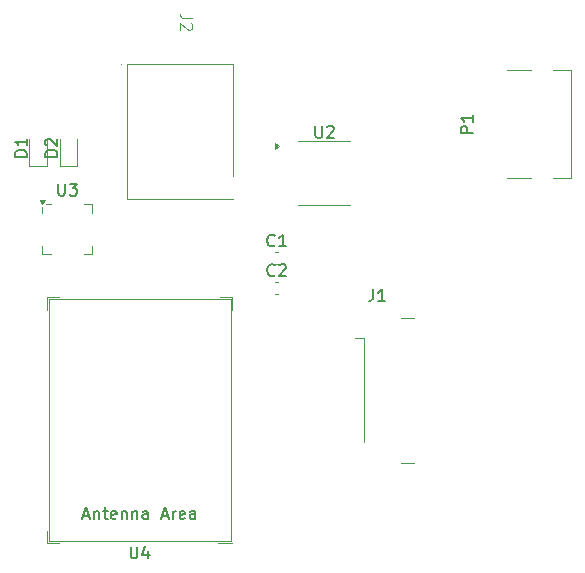
<source format=gbr>
%TF.GenerationSoftware,KiCad,Pcbnew,8.0.4*%
%TF.CreationDate,2024-08-12T23:01:29-04:00*%
%TF.ProjectId,SAMD21_MIDI_SPEAKER,53414d44-3231-45f4-9d49-44495f535045,rev?*%
%TF.SameCoordinates,Original*%
%TF.FileFunction,Legend,Top*%
%TF.FilePolarity,Positive*%
%FSLAX46Y46*%
G04 Gerber Fmt 4.6, Leading zero omitted, Abs format (unit mm)*
G04 Created by KiCad (PCBNEW 8.0.4) date 2024-08-12 23:01:29*
%MOMM*%
%LPD*%
G01*
G04 APERTURE LIST*
%ADD10C,0.150000*%
%ADD11C,0.100000*%
%ADD12C,0.120000*%
G04 APERTURE END LIST*
D10*
X189704819Y-56238094D02*
X188704819Y-56238094D01*
X188704819Y-56238094D02*
X188704819Y-55857142D01*
X188704819Y-55857142D02*
X188752438Y-55761904D01*
X188752438Y-55761904D02*
X188800057Y-55714285D01*
X188800057Y-55714285D02*
X188895295Y-55666666D01*
X188895295Y-55666666D02*
X189038152Y-55666666D01*
X189038152Y-55666666D02*
X189133390Y-55714285D01*
X189133390Y-55714285D02*
X189181009Y-55761904D01*
X189181009Y-55761904D02*
X189228628Y-55857142D01*
X189228628Y-55857142D02*
X189228628Y-56238094D01*
X189704819Y-54714285D02*
X189704819Y-55285713D01*
X189704819Y-54999999D02*
X188704819Y-54999999D01*
X188704819Y-54999999D02*
X188847676Y-55095237D01*
X188847676Y-55095237D02*
X188942914Y-55190475D01*
X188942914Y-55190475D02*
X188990533Y-55285713D01*
D11*
X165942580Y-46516666D02*
X165228295Y-46516666D01*
X165228295Y-46516666D02*
X165085438Y-46469047D01*
X165085438Y-46469047D02*
X164990200Y-46373809D01*
X164990200Y-46373809D02*
X164942580Y-46230952D01*
X164942580Y-46230952D02*
X164942580Y-46135714D01*
X165847342Y-46945238D02*
X165894961Y-46992857D01*
X165894961Y-46992857D02*
X165942580Y-47088095D01*
X165942580Y-47088095D02*
X165942580Y-47326190D01*
X165942580Y-47326190D02*
X165894961Y-47421428D01*
X165894961Y-47421428D02*
X165847342Y-47469047D01*
X165847342Y-47469047D02*
X165752104Y-47516666D01*
X165752104Y-47516666D02*
X165656866Y-47516666D01*
X165656866Y-47516666D02*
X165514009Y-47469047D01*
X165514009Y-47469047D02*
X164942580Y-46897619D01*
X164942580Y-46897619D02*
X164942580Y-47516666D01*
D10*
X181266666Y-69454819D02*
X181266666Y-70169104D01*
X181266666Y-70169104D02*
X181219047Y-70311961D01*
X181219047Y-70311961D02*
X181123809Y-70407200D01*
X181123809Y-70407200D02*
X180980952Y-70454819D01*
X180980952Y-70454819D02*
X180885714Y-70454819D01*
X182266666Y-70454819D02*
X181695238Y-70454819D01*
X181980952Y-70454819D02*
X181980952Y-69454819D01*
X181980952Y-69454819D02*
X181885714Y-69597676D01*
X181885714Y-69597676D02*
X181790476Y-69692914D01*
X181790476Y-69692914D02*
X181695238Y-69740533D01*
X154524819Y-58238094D02*
X153524819Y-58238094D01*
X153524819Y-58238094D02*
X153524819Y-57999999D01*
X153524819Y-57999999D02*
X153572438Y-57857142D01*
X153572438Y-57857142D02*
X153667676Y-57761904D01*
X153667676Y-57761904D02*
X153762914Y-57714285D01*
X153762914Y-57714285D02*
X153953390Y-57666666D01*
X153953390Y-57666666D02*
X154096247Y-57666666D01*
X154096247Y-57666666D02*
X154286723Y-57714285D01*
X154286723Y-57714285D02*
X154381961Y-57761904D01*
X154381961Y-57761904D02*
X154477200Y-57857142D01*
X154477200Y-57857142D02*
X154524819Y-57999999D01*
X154524819Y-57999999D02*
X154524819Y-58238094D01*
X153620057Y-57285713D02*
X153572438Y-57238094D01*
X153572438Y-57238094D02*
X153524819Y-57142856D01*
X153524819Y-57142856D02*
X153524819Y-56904761D01*
X153524819Y-56904761D02*
X153572438Y-56809523D01*
X153572438Y-56809523D02*
X153620057Y-56761904D01*
X153620057Y-56761904D02*
X153715295Y-56714285D01*
X153715295Y-56714285D02*
X153810533Y-56714285D01*
X153810533Y-56714285D02*
X153953390Y-56761904D01*
X153953390Y-56761904D02*
X154524819Y-57333332D01*
X154524819Y-57333332D02*
X154524819Y-56714285D01*
X151934819Y-58238094D02*
X150934819Y-58238094D01*
X150934819Y-58238094D02*
X150934819Y-57999999D01*
X150934819Y-57999999D02*
X150982438Y-57857142D01*
X150982438Y-57857142D02*
X151077676Y-57761904D01*
X151077676Y-57761904D02*
X151172914Y-57714285D01*
X151172914Y-57714285D02*
X151363390Y-57666666D01*
X151363390Y-57666666D02*
X151506247Y-57666666D01*
X151506247Y-57666666D02*
X151696723Y-57714285D01*
X151696723Y-57714285D02*
X151791961Y-57761904D01*
X151791961Y-57761904D02*
X151887200Y-57857142D01*
X151887200Y-57857142D02*
X151934819Y-57999999D01*
X151934819Y-57999999D02*
X151934819Y-58238094D01*
X151934819Y-56714285D02*
X151934819Y-57285713D01*
X151934819Y-56999999D02*
X150934819Y-56999999D01*
X150934819Y-56999999D02*
X151077676Y-57095237D01*
X151077676Y-57095237D02*
X151172914Y-57190475D01*
X151172914Y-57190475D02*
X151220533Y-57285713D01*
X172933333Y-68252080D02*
X172885714Y-68299700D01*
X172885714Y-68299700D02*
X172742857Y-68347319D01*
X172742857Y-68347319D02*
X172647619Y-68347319D01*
X172647619Y-68347319D02*
X172504762Y-68299700D01*
X172504762Y-68299700D02*
X172409524Y-68204461D01*
X172409524Y-68204461D02*
X172361905Y-68109223D01*
X172361905Y-68109223D02*
X172314286Y-67918747D01*
X172314286Y-67918747D02*
X172314286Y-67775890D01*
X172314286Y-67775890D02*
X172361905Y-67585414D01*
X172361905Y-67585414D02*
X172409524Y-67490176D01*
X172409524Y-67490176D02*
X172504762Y-67394938D01*
X172504762Y-67394938D02*
X172647619Y-67347319D01*
X172647619Y-67347319D02*
X172742857Y-67347319D01*
X172742857Y-67347319D02*
X172885714Y-67394938D01*
X172885714Y-67394938D02*
X172933333Y-67442557D01*
X173314286Y-67442557D02*
X173361905Y-67394938D01*
X173361905Y-67394938D02*
X173457143Y-67347319D01*
X173457143Y-67347319D02*
X173695238Y-67347319D01*
X173695238Y-67347319D02*
X173790476Y-67394938D01*
X173790476Y-67394938D02*
X173838095Y-67442557D01*
X173838095Y-67442557D02*
X173885714Y-67537795D01*
X173885714Y-67537795D02*
X173885714Y-67633033D01*
X173885714Y-67633033D02*
X173838095Y-67775890D01*
X173838095Y-67775890D02*
X173266667Y-68347319D01*
X173266667Y-68347319D02*
X173885714Y-68347319D01*
X172933333Y-65742080D02*
X172885714Y-65789700D01*
X172885714Y-65789700D02*
X172742857Y-65837319D01*
X172742857Y-65837319D02*
X172647619Y-65837319D01*
X172647619Y-65837319D02*
X172504762Y-65789700D01*
X172504762Y-65789700D02*
X172409524Y-65694461D01*
X172409524Y-65694461D02*
X172361905Y-65599223D01*
X172361905Y-65599223D02*
X172314286Y-65408747D01*
X172314286Y-65408747D02*
X172314286Y-65265890D01*
X172314286Y-65265890D02*
X172361905Y-65075414D01*
X172361905Y-65075414D02*
X172409524Y-64980176D01*
X172409524Y-64980176D02*
X172504762Y-64884938D01*
X172504762Y-64884938D02*
X172647619Y-64837319D01*
X172647619Y-64837319D02*
X172742857Y-64837319D01*
X172742857Y-64837319D02*
X172885714Y-64884938D01*
X172885714Y-64884938D02*
X172933333Y-64932557D01*
X173885714Y-65837319D02*
X173314286Y-65837319D01*
X173600000Y-65837319D02*
X173600000Y-64837319D01*
X173600000Y-64837319D02*
X173504762Y-64980176D01*
X173504762Y-64980176D02*
X173409524Y-65075414D01*
X173409524Y-65075414D02*
X173314286Y-65123033D01*
X160738095Y-91254819D02*
X160738095Y-92064342D01*
X160738095Y-92064342D02*
X160785714Y-92159580D01*
X160785714Y-92159580D02*
X160833333Y-92207200D01*
X160833333Y-92207200D02*
X160928571Y-92254819D01*
X160928571Y-92254819D02*
X161119047Y-92254819D01*
X161119047Y-92254819D02*
X161214285Y-92207200D01*
X161214285Y-92207200D02*
X161261904Y-92159580D01*
X161261904Y-92159580D02*
X161309523Y-92064342D01*
X161309523Y-92064342D02*
X161309523Y-91254819D01*
X162214285Y-91588152D02*
X162214285Y-92254819D01*
X161976190Y-91207200D02*
X161738095Y-91921485D01*
X161738095Y-91921485D02*
X162357142Y-91921485D01*
X156738094Y-88619104D02*
X157214284Y-88619104D01*
X156642856Y-88904819D02*
X156976189Y-87904819D01*
X156976189Y-87904819D02*
X157309522Y-88904819D01*
X157642856Y-88238152D02*
X157642856Y-88904819D01*
X157642856Y-88333390D02*
X157690475Y-88285771D01*
X157690475Y-88285771D02*
X157785713Y-88238152D01*
X157785713Y-88238152D02*
X157928570Y-88238152D01*
X157928570Y-88238152D02*
X158023808Y-88285771D01*
X158023808Y-88285771D02*
X158071427Y-88381009D01*
X158071427Y-88381009D02*
X158071427Y-88904819D01*
X158404761Y-88238152D02*
X158785713Y-88238152D01*
X158547618Y-87904819D02*
X158547618Y-88761961D01*
X158547618Y-88761961D02*
X158595237Y-88857200D01*
X158595237Y-88857200D02*
X158690475Y-88904819D01*
X158690475Y-88904819D02*
X158785713Y-88904819D01*
X159499999Y-88857200D02*
X159404761Y-88904819D01*
X159404761Y-88904819D02*
X159214285Y-88904819D01*
X159214285Y-88904819D02*
X159119047Y-88857200D01*
X159119047Y-88857200D02*
X159071428Y-88761961D01*
X159071428Y-88761961D02*
X159071428Y-88381009D01*
X159071428Y-88381009D02*
X159119047Y-88285771D01*
X159119047Y-88285771D02*
X159214285Y-88238152D01*
X159214285Y-88238152D02*
X159404761Y-88238152D01*
X159404761Y-88238152D02*
X159499999Y-88285771D01*
X159499999Y-88285771D02*
X159547618Y-88381009D01*
X159547618Y-88381009D02*
X159547618Y-88476247D01*
X159547618Y-88476247D02*
X159071428Y-88571485D01*
X159976190Y-88238152D02*
X159976190Y-88904819D01*
X159976190Y-88333390D02*
X160023809Y-88285771D01*
X160023809Y-88285771D02*
X160119047Y-88238152D01*
X160119047Y-88238152D02*
X160261904Y-88238152D01*
X160261904Y-88238152D02*
X160357142Y-88285771D01*
X160357142Y-88285771D02*
X160404761Y-88381009D01*
X160404761Y-88381009D02*
X160404761Y-88904819D01*
X160880952Y-88238152D02*
X160880952Y-88904819D01*
X160880952Y-88333390D02*
X160928571Y-88285771D01*
X160928571Y-88285771D02*
X161023809Y-88238152D01*
X161023809Y-88238152D02*
X161166666Y-88238152D01*
X161166666Y-88238152D02*
X161261904Y-88285771D01*
X161261904Y-88285771D02*
X161309523Y-88381009D01*
X161309523Y-88381009D02*
X161309523Y-88904819D01*
X162214285Y-88904819D02*
X162214285Y-88381009D01*
X162214285Y-88381009D02*
X162166666Y-88285771D01*
X162166666Y-88285771D02*
X162071428Y-88238152D01*
X162071428Y-88238152D02*
X161880952Y-88238152D01*
X161880952Y-88238152D02*
X161785714Y-88285771D01*
X162214285Y-88857200D02*
X162119047Y-88904819D01*
X162119047Y-88904819D02*
X161880952Y-88904819D01*
X161880952Y-88904819D02*
X161785714Y-88857200D01*
X161785714Y-88857200D02*
X161738095Y-88761961D01*
X161738095Y-88761961D02*
X161738095Y-88666723D01*
X161738095Y-88666723D02*
X161785714Y-88571485D01*
X161785714Y-88571485D02*
X161880952Y-88523866D01*
X161880952Y-88523866D02*
X162119047Y-88523866D01*
X162119047Y-88523866D02*
X162214285Y-88476247D01*
X163404762Y-88619104D02*
X163880952Y-88619104D01*
X163309524Y-88904819D02*
X163642857Y-87904819D01*
X163642857Y-87904819D02*
X163976190Y-88904819D01*
X164309524Y-88904819D02*
X164309524Y-88238152D01*
X164309524Y-88428628D02*
X164357143Y-88333390D01*
X164357143Y-88333390D02*
X164404762Y-88285771D01*
X164404762Y-88285771D02*
X164500000Y-88238152D01*
X164500000Y-88238152D02*
X164595238Y-88238152D01*
X165309524Y-88857200D02*
X165214286Y-88904819D01*
X165214286Y-88904819D02*
X165023810Y-88904819D01*
X165023810Y-88904819D02*
X164928572Y-88857200D01*
X164928572Y-88857200D02*
X164880953Y-88761961D01*
X164880953Y-88761961D02*
X164880953Y-88381009D01*
X164880953Y-88381009D02*
X164928572Y-88285771D01*
X164928572Y-88285771D02*
X165023810Y-88238152D01*
X165023810Y-88238152D02*
X165214286Y-88238152D01*
X165214286Y-88238152D02*
X165309524Y-88285771D01*
X165309524Y-88285771D02*
X165357143Y-88381009D01*
X165357143Y-88381009D02*
X165357143Y-88476247D01*
X165357143Y-88476247D02*
X164880953Y-88571485D01*
X166214286Y-88904819D02*
X166214286Y-88381009D01*
X166214286Y-88381009D02*
X166166667Y-88285771D01*
X166166667Y-88285771D02*
X166071429Y-88238152D01*
X166071429Y-88238152D02*
X165880953Y-88238152D01*
X165880953Y-88238152D02*
X165785715Y-88285771D01*
X166214286Y-88857200D02*
X166119048Y-88904819D01*
X166119048Y-88904819D02*
X165880953Y-88904819D01*
X165880953Y-88904819D02*
X165785715Y-88857200D01*
X165785715Y-88857200D02*
X165738096Y-88761961D01*
X165738096Y-88761961D02*
X165738096Y-88666723D01*
X165738096Y-88666723D02*
X165785715Y-88571485D01*
X165785715Y-88571485D02*
X165880953Y-88523866D01*
X165880953Y-88523866D02*
X166119048Y-88523866D01*
X166119048Y-88523866D02*
X166214286Y-88476247D01*
X154613095Y-60529819D02*
X154613095Y-61339342D01*
X154613095Y-61339342D02*
X154660714Y-61434580D01*
X154660714Y-61434580D02*
X154708333Y-61482200D01*
X154708333Y-61482200D02*
X154803571Y-61529819D01*
X154803571Y-61529819D02*
X154994047Y-61529819D01*
X154994047Y-61529819D02*
X155089285Y-61482200D01*
X155089285Y-61482200D02*
X155136904Y-61434580D01*
X155136904Y-61434580D02*
X155184523Y-61339342D01*
X155184523Y-61339342D02*
X155184523Y-60529819D01*
X155565476Y-60529819D02*
X156184523Y-60529819D01*
X156184523Y-60529819D02*
X155851190Y-60910771D01*
X155851190Y-60910771D02*
X155994047Y-60910771D01*
X155994047Y-60910771D02*
X156089285Y-60958390D01*
X156089285Y-60958390D02*
X156136904Y-61006009D01*
X156136904Y-61006009D02*
X156184523Y-61101247D01*
X156184523Y-61101247D02*
X156184523Y-61339342D01*
X156184523Y-61339342D02*
X156136904Y-61434580D01*
X156136904Y-61434580D02*
X156089285Y-61482200D01*
X156089285Y-61482200D02*
X155994047Y-61529819D01*
X155994047Y-61529819D02*
X155708333Y-61529819D01*
X155708333Y-61529819D02*
X155613095Y-61482200D01*
X155613095Y-61482200D02*
X155565476Y-61434580D01*
X176375595Y-55629819D02*
X176375595Y-56439342D01*
X176375595Y-56439342D02*
X176423214Y-56534580D01*
X176423214Y-56534580D02*
X176470833Y-56582200D01*
X176470833Y-56582200D02*
X176566071Y-56629819D01*
X176566071Y-56629819D02*
X176756547Y-56629819D01*
X176756547Y-56629819D02*
X176851785Y-56582200D01*
X176851785Y-56582200D02*
X176899404Y-56534580D01*
X176899404Y-56534580D02*
X176947023Y-56439342D01*
X176947023Y-56439342D02*
X176947023Y-55629819D01*
X177375595Y-55725057D02*
X177423214Y-55677438D01*
X177423214Y-55677438D02*
X177518452Y-55629819D01*
X177518452Y-55629819D02*
X177756547Y-55629819D01*
X177756547Y-55629819D02*
X177851785Y-55677438D01*
X177851785Y-55677438D02*
X177899404Y-55725057D01*
X177899404Y-55725057D02*
X177947023Y-55820295D01*
X177947023Y-55820295D02*
X177947023Y-55915533D01*
X177947023Y-55915533D02*
X177899404Y-56058390D01*
X177899404Y-56058390D02*
X177327976Y-56629819D01*
X177327976Y-56629819D02*
X177947023Y-56629819D01*
D12*
%TO.C,P1*%
X192600000Y-60080000D02*
X194600000Y-60080000D01*
X196500000Y-60080000D02*
X198010000Y-60080000D01*
X198010000Y-60080000D02*
X198010000Y-50920000D01*
X192600000Y-50920000D02*
X194600000Y-50920000D01*
X196500000Y-50920000D02*
X198010000Y-50920000D01*
D11*
%TO.C,J2*%
X169400000Y-50350000D02*
X169400000Y-59850000D01*
X164900000Y-50350000D02*
X169400000Y-50350000D01*
X160400000Y-50350000D02*
X164900000Y-50350000D01*
X159900000Y-50350000D02*
X159900000Y-50350000D01*
X169400000Y-61850000D02*
X160400000Y-61850000D01*
X160400000Y-61850000D02*
X160400000Y-50350000D01*
D12*
%TO.C,J1*%
X183650000Y-84145000D02*
X184700000Y-84145000D01*
X183650000Y-71855000D02*
X184700000Y-71855000D01*
X180480000Y-73600000D02*
X180480000Y-82400000D01*
X180480000Y-73600000D02*
X179725000Y-73600000D01*
%TO.C,D2*%
X154765000Y-58985000D02*
X156235000Y-58985000D01*
X156235000Y-58985000D02*
X156235000Y-56700000D01*
X154765000Y-56700000D02*
X154765000Y-58985000D01*
%TO.C,D1*%
X152175000Y-58985000D02*
X153645000Y-58985000D01*
X153645000Y-58985000D02*
X153645000Y-56700000D01*
X152175000Y-56700000D02*
X152175000Y-58985000D01*
%TO.C,C2*%
X172959420Y-68812500D02*
X173240580Y-68812500D01*
X172959420Y-69832500D02*
X173240580Y-69832500D01*
%TO.C,C1*%
X172959420Y-66302500D02*
X173240580Y-66302500D01*
X172959420Y-67322500D02*
X173240580Y-67322500D01*
%TO.C,U4*%
X169350000Y-70150000D02*
X169350000Y-71200000D01*
X169200000Y-90800000D02*
X169200000Y-85700000D01*
X169200000Y-90800000D02*
X153800000Y-90800000D01*
X169200000Y-70300000D02*
X169200000Y-85700000D01*
X168300000Y-70150000D02*
X169350000Y-70150000D01*
X168150000Y-90950000D02*
X169350000Y-90950000D01*
X154700000Y-90950000D02*
X153650000Y-90950000D01*
X154700000Y-70150000D02*
X153650000Y-70150000D01*
X153800000Y-90800000D02*
X153800000Y-85700000D01*
X153800000Y-85700000D02*
X153800000Y-70300000D01*
X153800000Y-70300000D02*
X169200000Y-70300000D01*
X153650000Y-90950000D02*
X153650000Y-89950000D01*
X153650000Y-70150000D02*
X153650000Y-71200000D01*
%TO.C,U3*%
X153265000Y-62990000D02*
X153265000Y-62505000D01*
X153265000Y-66485000D02*
X153265000Y-65760000D01*
X153990000Y-62265000D02*
X153565000Y-62265000D01*
X153990000Y-66485000D02*
X153265000Y-66485000D01*
X156760000Y-62265000D02*
X157485000Y-62265000D01*
X156760000Y-66485000D02*
X157485000Y-66485000D01*
X157485000Y-62265000D02*
X157485000Y-62990000D01*
X157485000Y-66485000D02*
X157485000Y-65760000D01*
X153265000Y-62265000D02*
X153025000Y-61935000D01*
X153505000Y-61935000D01*
X153265000Y-62265000D01*
G36*
X153265000Y-62265000D02*
G01*
X153025000Y-61935000D01*
X153505000Y-61935000D01*
X153265000Y-62265000D01*
G37*
%TO.C,U2*%
X177137500Y-56890000D02*
X174937500Y-56890000D01*
X177137500Y-56890000D02*
X179337500Y-56890000D01*
X177137500Y-62360000D02*
X174937500Y-62360000D01*
X177137500Y-62360000D02*
X179337500Y-62360000D01*
X173277500Y-57350000D02*
X172947500Y-57590000D01*
X172947500Y-57110000D01*
X173277500Y-57350000D01*
G36*
X173277500Y-57350000D02*
G01*
X172947500Y-57590000D01*
X172947500Y-57110000D01*
X173277500Y-57350000D01*
G37*
%TD*%
M02*

</source>
